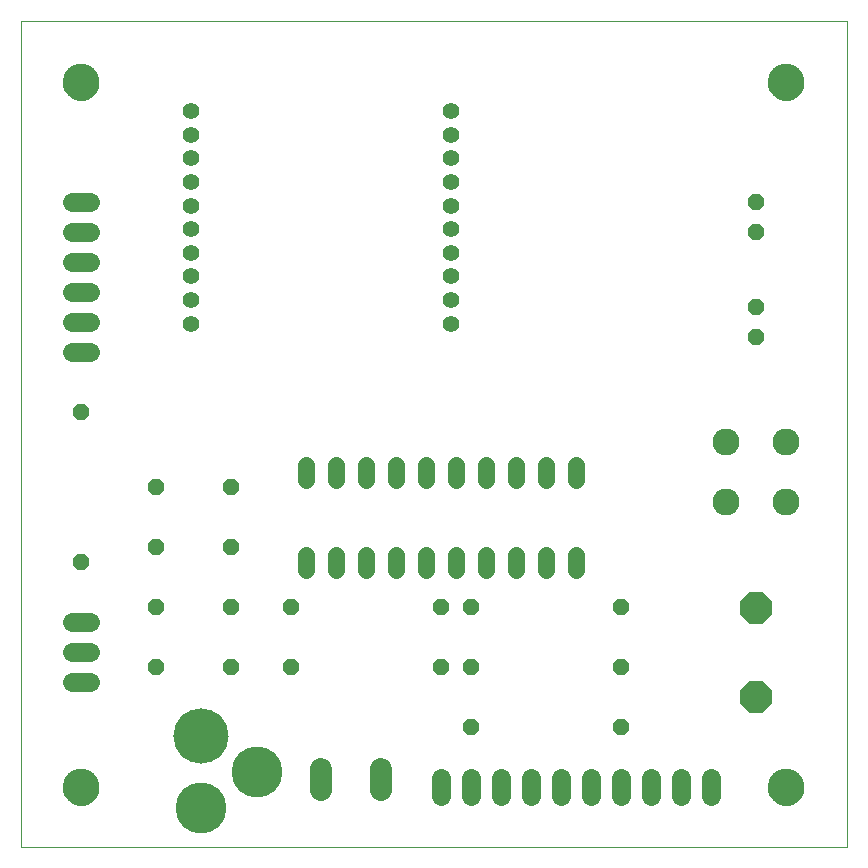
<source format=gbs>
G75*
%MOIN*%
%OFA0B0*%
%FSLAX24Y24*%
%IPPOS*%
%LPD*%
%AMOC8*
5,1,8,0,0,1.08239X$1,22.5*
%
%ADD10C,0.0000*%
%ADD11C,0.0560*%
%ADD12C,0.0555*%
%ADD13OC8,0.0560*%
%ADD14C,0.0640*%
%ADD15C,0.1840*%
%ADD16C,0.1700*%
%ADD17OC8,0.1040*%
%ADD18C,0.0745*%
%ADD19C,0.0900*%
%ADD20C,0.1221*%
D10*
X000180Y000180D02*
X000180Y027739D01*
X027739Y027739D01*
X027739Y000180D01*
X000180Y000180D01*
X001589Y002180D02*
X001591Y002228D01*
X001597Y002276D01*
X001607Y002323D01*
X001620Y002369D01*
X001638Y002414D01*
X001658Y002458D01*
X001683Y002500D01*
X001711Y002539D01*
X001741Y002576D01*
X001775Y002610D01*
X001812Y002642D01*
X001850Y002671D01*
X001891Y002696D01*
X001934Y002718D01*
X001979Y002736D01*
X002025Y002750D01*
X002072Y002761D01*
X002120Y002768D01*
X002168Y002771D01*
X002216Y002770D01*
X002264Y002765D01*
X002312Y002756D01*
X002358Y002744D01*
X002403Y002727D01*
X002447Y002707D01*
X002489Y002684D01*
X002529Y002657D01*
X002567Y002627D01*
X002602Y002594D01*
X002634Y002558D01*
X002664Y002520D01*
X002690Y002479D01*
X002712Y002436D01*
X002732Y002392D01*
X002747Y002347D01*
X002759Y002300D01*
X002767Y002252D01*
X002771Y002204D01*
X002771Y002156D01*
X002767Y002108D01*
X002759Y002060D01*
X002747Y002013D01*
X002732Y001968D01*
X002712Y001924D01*
X002690Y001881D01*
X002664Y001840D01*
X002634Y001802D01*
X002602Y001766D01*
X002567Y001733D01*
X002529Y001703D01*
X002489Y001676D01*
X002447Y001653D01*
X002403Y001633D01*
X002358Y001616D01*
X002312Y001604D01*
X002264Y001595D01*
X002216Y001590D01*
X002168Y001589D01*
X002120Y001592D01*
X002072Y001599D01*
X002025Y001610D01*
X001979Y001624D01*
X001934Y001642D01*
X001891Y001664D01*
X001850Y001689D01*
X001812Y001718D01*
X001775Y001750D01*
X001741Y001784D01*
X001711Y001821D01*
X001683Y001860D01*
X001658Y001902D01*
X001638Y001946D01*
X001620Y001991D01*
X001607Y002037D01*
X001597Y002084D01*
X001591Y002132D01*
X001589Y002180D01*
X001589Y025680D02*
X001591Y025728D01*
X001597Y025776D01*
X001607Y025823D01*
X001620Y025869D01*
X001638Y025914D01*
X001658Y025958D01*
X001683Y026000D01*
X001711Y026039D01*
X001741Y026076D01*
X001775Y026110D01*
X001812Y026142D01*
X001850Y026171D01*
X001891Y026196D01*
X001934Y026218D01*
X001979Y026236D01*
X002025Y026250D01*
X002072Y026261D01*
X002120Y026268D01*
X002168Y026271D01*
X002216Y026270D01*
X002264Y026265D01*
X002312Y026256D01*
X002358Y026244D01*
X002403Y026227D01*
X002447Y026207D01*
X002489Y026184D01*
X002529Y026157D01*
X002567Y026127D01*
X002602Y026094D01*
X002634Y026058D01*
X002664Y026020D01*
X002690Y025979D01*
X002712Y025936D01*
X002732Y025892D01*
X002747Y025847D01*
X002759Y025800D01*
X002767Y025752D01*
X002771Y025704D01*
X002771Y025656D01*
X002767Y025608D01*
X002759Y025560D01*
X002747Y025513D01*
X002732Y025468D01*
X002712Y025424D01*
X002690Y025381D01*
X002664Y025340D01*
X002634Y025302D01*
X002602Y025266D01*
X002567Y025233D01*
X002529Y025203D01*
X002489Y025176D01*
X002447Y025153D01*
X002403Y025133D01*
X002358Y025116D01*
X002312Y025104D01*
X002264Y025095D01*
X002216Y025090D01*
X002168Y025089D01*
X002120Y025092D01*
X002072Y025099D01*
X002025Y025110D01*
X001979Y025124D01*
X001934Y025142D01*
X001891Y025164D01*
X001850Y025189D01*
X001812Y025218D01*
X001775Y025250D01*
X001741Y025284D01*
X001711Y025321D01*
X001683Y025360D01*
X001658Y025402D01*
X001638Y025446D01*
X001620Y025491D01*
X001607Y025537D01*
X001597Y025584D01*
X001591Y025632D01*
X001589Y025680D01*
X025089Y025680D02*
X025091Y025728D01*
X025097Y025776D01*
X025107Y025823D01*
X025120Y025869D01*
X025138Y025914D01*
X025158Y025958D01*
X025183Y026000D01*
X025211Y026039D01*
X025241Y026076D01*
X025275Y026110D01*
X025312Y026142D01*
X025350Y026171D01*
X025391Y026196D01*
X025434Y026218D01*
X025479Y026236D01*
X025525Y026250D01*
X025572Y026261D01*
X025620Y026268D01*
X025668Y026271D01*
X025716Y026270D01*
X025764Y026265D01*
X025812Y026256D01*
X025858Y026244D01*
X025903Y026227D01*
X025947Y026207D01*
X025989Y026184D01*
X026029Y026157D01*
X026067Y026127D01*
X026102Y026094D01*
X026134Y026058D01*
X026164Y026020D01*
X026190Y025979D01*
X026212Y025936D01*
X026232Y025892D01*
X026247Y025847D01*
X026259Y025800D01*
X026267Y025752D01*
X026271Y025704D01*
X026271Y025656D01*
X026267Y025608D01*
X026259Y025560D01*
X026247Y025513D01*
X026232Y025468D01*
X026212Y025424D01*
X026190Y025381D01*
X026164Y025340D01*
X026134Y025302D01*
X026102Y025266D01*
X026067Y025233D01*
X026029Y025203D01*
X025989Y025176D01*
X025947Y025153D01*
X025903Y025133D01*
X025858Y025116D01*
X025812Y025104D01*
X025764Y025095D01*
X025716Y025090D01*
X025668Y025089D01*
X025620Y025092D01*
X025572Y025099D01*
X025525Y025110D01*
X025479Y025124D01*
X025434Y025142D01*
X025391Y025164D01*
X025350Y025189D01*
X025312Y025218D01*
X025275Y025250D01*
X025241Y025284D01*
X025211Y025321D01*
X025183Y025360D01*
X025158Y025402D01*
X025138Y025446D01*
X025120Y025491D01*
X025107Y025537D01*
X025097Y025584D01*
X025091Y025632D01*
X025089Y025680D01*
X025089Y002180D02*
X025091Y002228D01*
X025097Y002276D01*
X025107Y002323D01*
X025120Y002369D01*
X025138Y002414D01*
X025158Y002458D01*
X025183Y002500D01*
X025211Y002539D01*
X025241Y002576D01*
X025275Y002610D01*
X025312Y002642D01*
X025350Y002671D01*
X025391Y002696D01*
X025434Y002718D01*
X025479Y002736D01*
X025525Y002750D01*
X025572Y002761D01*
X025620Y002768D01*
X025668Y002771D01*
X025716Y002770D01*
X025764Y002765D01*
X025812Y002756D01*
X025858Y002744D01*
X025903Y002727D01*
X025947Y002707D01*
X025989Y002684D01*
X026029Y002657D01*
X026067Y002627D01*
X026102Y002594D01*
X026134Y002558D01*
X026164Y002520D01*
X026190Y002479D01*
X026212Y002436D01*
X026232Y002392D01*
X026247Y002347D01*
X026259Y002300D01*
X026267Y002252D01*
X026271Y002204D01*
X026271Y002156D01*
X026267Y002108D01*
X026259Y002060D01*
X026247Y002013D01*
X026232Y001968D01*
X026212Y001924D01*
X026190Y001881D01*
X026164Y001840D01*
X026134Y001802D01*
X026102Y001766D01*
X026067Y001733D01*
X026029Y001703D01*
X025989Y001676D01*
X025947Y001653D01*
X025903Y001633D01*
X025858Y001616D01*
X025812Y001604D01*
X025764Y001595D01*
X025716Y001590D01*
X025668Y001589D01*
X025620Y001592D01*
X025572Y001599D01*
X025525Y001610D01*
X025479Y001624D01*
X025434Y001642D01*
X025391Y001664D01*
X025350Y001689D01*
X025312Y001718D01*
X025275Y001750D01*
X025241Y001784D01*
X025211Y001821D01*
X025183Y001860D01*
X025158Y001902D01*
X025138Y001946D01*
X025120Y001991D01*
X025107Y002037D01*
X025097Y002084D01*
X025091Y002132D01*
X025089Y002180D01*
D11*
X018680Y009420D02*
X018680Y009940D01*
X017680Y009940D02*
X017680Y009420D01*
X016680Y009420D02*
X016680Y009940D01*
X015680Y009940D02*
X015680Y009420D01*
X014680Y009420D02*
X014680Y009940D01*
X013680Y009940D02*
X013680Y009420D01*
X012680Y009420D02*
X012680Y009940D01*
X011680Y009940D02*
X011680Y009420D01*
X010680Y009420D02*
X010680Y009940D01*
X009680Y009940D02*
X009680Y009420D01*
X009680Y012420D02*
X009680Y012940D01*
X010680Y012940D02*
X010680Y012420D01*
X011680Y012420D02*
X011680Y012940D01*
X012680Y012940D02*
X012680Y012420D01*
X013680Y012420D02*
X013680Y012940D01*
X014680Y012940D02*
X014680Y012420D01*
X015680Y012420D02*
X015680Y012940D01*
X016680Y012940D02*
X016680Y012420D01*
X017680Y012420D02*
X017680Y012940D01*
X018680Y012940D02*
X018680Y012420D01*
D12*
X014511Y017637D03*
X014511Y018424D03*
X014511Y019211D03*
X014511Y019999D03*
X014511Y020786D03*
X014511Y021574D03*
X014511Y022361D03*
X014511Y023149D03*
X014511Y023936D03*
X014511Y024723D03*
X005849Y024723D03*
X005849Y023936D03*
X005849Y023149D03*
X005849Y022361D03*
X005849Y021574D03*
X005849Y020786D03*
X005849Y019999D03*
X005849Y019211D03*
X005849Y018424D03*
X005849Y017637D03*
D13*
X002180Y014680D03*
X004680Y012180D03*
X004680Y010180D03*
X004680Y008180D03*
X004680Y006180D03*
X007180Y006180D03*
X007180Y008180D03*
X007180Y010180D03*
X007180Y012180D03*
X009180Y008180D03*
X009180Y006180D03*
X014180Y006180D03*
X015180Y006180D03*
X015180Y004180D03*
X015180Y008180D03*
X014180Y008180D03*
X020180Y008180D03*
X020180Y006180D03*
X020180Y004180D03*
X024680Y017180D03*
X024680Y018180D03*
X024680Y020680D03*
X024680Y021680D03*
X002180Y009680D03*
D14*
X001880Y007680D02*
X002480Y007680D01*
X002480Y006680D02*
X001880Y006680D01*
X001880Y005680D02*
X002480Y005680D01*
X002480Y016680D02*
X001880Y016680D01*
X001880Y017680D02*
X002480Y017680D01*
X002480Y018680D02*
X001880Y018680D01*
X001880Y019680D02*
X002480Y019680D01*
X002480Y020680D02*
X001880Y020680D01*
X001880Y021680D02*
X002480Y021680D01*
X014180Y002480D02*
X014180Y001880D01*
X015180Y001880D02*
X015180Y002480D01*
X016180Y002480D02*
X016180Y001880D01*
X017180Y001880D02*
X017180Y002480D01*
X018180Y002480D02*
X018180Y001880D01*
X019180Y001880D02*
X019180Y002480D01*
X020180Y002480D02*
X020180Y001880D01*
X021180Y001880D02*
X021180Y002480D01*
X022180Y002480D02*
X022180Y001880D01*
X023180Y001880D02*
X023180Y002480D01*
D15*
X006180Y003900D03*
D16*
X008070Y002680D03*
X006180Y001499D03*
D17*
X024680Y005203D03*
X024680Y008157D03*
D18*
X012180Y002783D02*
X012180Y002078D01*
X010180Y002078D02*
X010180Y002783D01*
D19*
X023680Y011680D03*
X023680Y013680D03*
X025680Y013680D03*
X025680Y011680D03*
D20*
X025680Y002180D03*
X025680Y025680D03*
X002180Y025680D03*
X002180Y002180D03*
M02*

</source>
